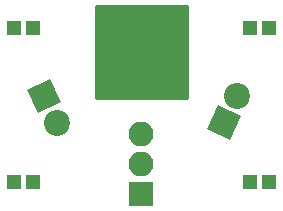
<source format=gbs>
G04 #@! TF.FileFunction,Soldermask,Bot*
%FSLAX46Y46*%
G04 Gerber Fmt 4.6, Leading zero omitted, Abs format (unit mm)*
G04 Created by KiCad (PCBNEW 4.0.7) date 09/06/18 00:22:22*
%MOMM*%
%LPD*%
G01*
G04 APERTURE LIST*
%ADD10C,0.100000*%
%ADD11R,1.200000X1.200000*%
%ADD12R,2.100000X2.100000*%
%ADD13O,2.100000X2.100000*%
%ADD14C,2.200000*%
%ADD15C,0.254000*%
G04 APERTURE END LIST*
D10*
D11*
X153800000Y-86000000D03*
X152200000Y-86000000D03*
X153800000Y-99000000D03*
X152200000Y-99000000D03*
X173800000Y-99000000D03*
X172200000Y-99000000D03*
X173800000Y-86000000D03*
X172200000Y-86000000D03*
D12*
X163000000Y-100000000D03*
D13*
X163000000Y-97460000D03*
X163000000Y-94920000D03*
D10*
G36*
X153288181Y-91217942D02*
X155282058Y-90288181D01*
X156211819Y-92282058D01*
X154217942Y-93211819D01*
X153288181Y-91217942D01*
X153288181Y-91217942D01*
G37*
D14*
X155823450Y-94052022D03*
D10*
G36*
X170532058Y-95461819D02*
X168538181Y-94532058D01*
X169467942Y-92538181D01*
X171461819Y-93467942D01*
X170532058Y-95461819D01*
X170532058Y-95461819D01*
G37*
D14*
X171073450Y-91697978D03*
D15*
G36*
X166873000Y-91873000D02*
X159127000Y-91873000D01*
X159127000Y-84127000D01*
X166873000Y-84127000D01*
X166873000Y-91873000D01*
X166873000Y-91873000D01*
G37*
X166873000Y-91873000D02*
X159127000Y-91873000D01*
X159127000Y-84127000D01*
X166873000Y-84127000D01*
X166873000Y-91873000D01*
M02*

</source>
